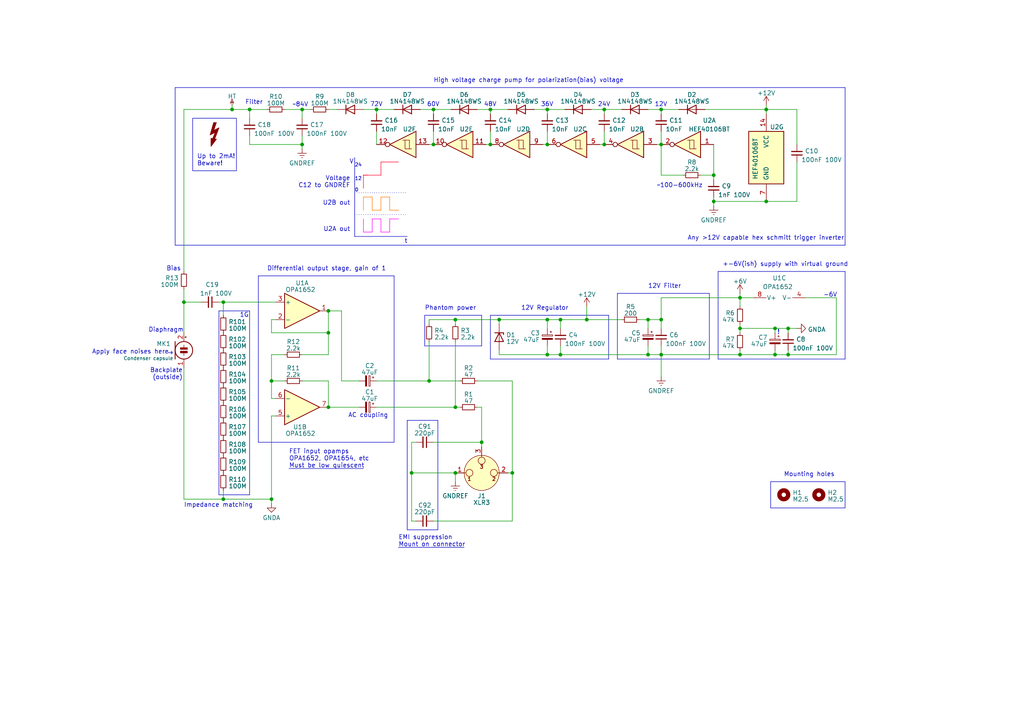
<source format=kicad_sch>
(kicad_sch (version 20230121) (generator eeschema)
  (paper "A4")
  (title_block (title "High performance condenser microphone preamp with HV bias") (date "2023-03-18") (rev "1") (company "spirit.re"))
  (lib_symbols
    (symbol "74xx:74HC14" (pin_names (offset 1.016))
      (property "Reference" "U" (at 0 1.27 0))
      (property "Value" "74HC14" (at 0 -1.27 0))
      (symbol "74HC14_1_0"
        (polyline (pts (xy -3.81 3.81) (xy -3.81 -3.81) (xy 3.81 0) (xy -3.81 3.81)) (stroke (width 0.254)) (fill (type background)))
        (pin input line (at -7.62 0 0) (length 3.81) (name "~") (number "1"))
        (pin output inverted (at 7.62 0 180) (length 3.81) (name "~") (number "2"))
      )
      (symbol "74HC14_1_1"
        (polyline (pts (xy -1.905 -1.27) (xy -1.905 1.27) (xy -0.635 1.27)))
        (polyline (pts (xy -2.54 -1.27) (xy -0.635 -1.27) (xy -0.635 1.27) (xy 0 1.27)))
      )
      (symbol "74HC14_2_0"
        (polyline (pts (xy -3.81 3.81) (xy -3.81 -3.81) (xy 3.81 0) (xy -3.81 3.81)) (stroke (width 0.254)) (fill (type background)))
        (pin input line (at -7.62 0 0) (length 3.81) (name "~") (number "3"))
        (pin output inverted (at 7.62 0 180) (length 3.81) (name "~") (number "4"))
      )
      (symbol "74HC14_2_1"
        (polyline (pts (xy -1.905 -1.27) (xy -1.905 1.27) (xy -0.635 1.27)))
        (polyline (pts (xy -2.54 -1.27) (xy -0.635 -1.27) (xy -0.635 1.27) (xy 0 1.27)))
      )
      (symbol "74HC14_3_0"
        (polyline (pts (xy -3.81 3.81) (xy -3.81 -3.81) (xy 3.81 0) (xy -3.81 3.81)) (stroke (width 0.254)) (fill (type background)))
        (pin input line (at -7.62 0 0) (length 3.81) (name "~") (number "5"))
        (pin output inverted (at 7.62 0 180) (length 3.81) (name "~") (number "6"))
      )
      (symbol "74HC14_3_1"
        (polyline (pts (xy -1.905 -1.27) (xy -1.905 1.27) (xy -0.635 1.27)))
        (polyline (pts (xy -2.54 -1.27) (xy -0.635 -1.27) (xy -0.635 1.27) (xy 0 1.27)))
      )
      (symbol "74HC14_4_0"
        (polyline (pts (xy -3.81 3.81) (xy -3.81 -3.81) (xy 3.81 0) (xy -3.81 3.81)) (stroke (width 0.254)) (fill (type background)))
        (pin output inverted (at 7.62 0 180) (length 3.81) (name "~") (number "8"))
        (pin input line (at -7.62 0 0) (length 3.81) (name "~") (number "9"))
      )
      (symbol "74HC14_4_1"
        (polyline (pts (xy -1.905 -1.27) (xy -1.905 1.27) (xy -0.635 1.27)))
        (polyline (pts (xy -2.54 -1.27) (xy -0.635 -1.27) (xy -0.635 1.27) (xy 0 1.27)))
      )
      (symbol "74HC14_5_0"
        (polyline (pts (xy -3.81 3.81) (xy -3.81 -3.81) (xy 3.81 0) (xy -3.81 3.81)) (stroke (width 0.254)) (fill (type background)))
        (pin output inverted (at 7.62 0 180) (length 3.81) (name "~") (number "10"))
        (pin input line (at -7.62 0 0) (length 3.81) (name "~") (number "11"))
      )
      (symbol "74HC14_5_1"
        (polyline (pts (xy -1.905 -1.27) (xy -1.905 1.27) (xy -0.635 1.27)))
        (polyline (pts (xy -2.54 -1.27) (xy -0.635 -1.27) (xy -0.635 1.27) (xy 0 1.27)))
      )
      (symbol "74HC14_6_0"
        (polyline (pts (xy -3.81 3.81) (xy -3.81 -3.81) (xy 3.81 0) (xy -3.81 3.81)) (stroke (width 0.254)) (fill (type background)))
        (pin output inverted (at 7.62 0 180) (length 3.81) (name "~") (number "12"))
        (pin input line (at -7.62 0 0) (length 3.81) (name "~") (number "13"))
      )
      (symbol "74HC14_6_1"
        (polyline (pts (xy -1.905 -1.27) (xy -1.905 1.27) (xy -0.635 1.27)))
        (polyline (pts (xy -2.54 -1.27) (xy -0.635 -1.27) (xy -0.635 1.27) (xy 0 1.27)))
      )
      (symbol "74HC14_7_0"
        (pin power_in line (at 0 12.7 270) (length 5.08) (name "VCC") (number "14"))
        (pin power_in line (at 0 -12.7 90) (length 5.08) (name "GND") (number "7"))
      )
      (symbol "74HC14_7_1"
        (rectangle (start -5.08 7.62) (end 5.08 -7.62) (stroke (width 0.254)) (fill (type background)))
      )
    )
    (symbol "Amplifier_Operational:OPA1612AxD" (pin_names (offset 0.127))
      (property "Reference" "U" (at 0 5.08 0))
      (property "Value" "OPA1612AxD" (at 0 -5.08 0))
      (symbol "OPA1612AxD_1_1"
        (polyline (pts (xy -5.08 5.08) (xy 5.08 0) (xy -5.08 -5.08) (xy -5.08 5.08)) (stroke (width 0.254)) (fill (type background)))
        (pin output line (at 7.62 0 180) (length 2.54) (name "~") (number "1"))
        (pin input line (at -7.62 -2.54 0) (length 2.54) (name "-") (number "2"))
        (pin input line (at -7.62 2.54 0) (length 2.54) (name "+") (number "3"))
      )
      (symbol "OPA1612AxD_2_1"
        (polyline (pts (xy -5.08 5.08) (xy 5.08 0) (xy -5.08 -5.08) (xy -5.08 5.08)) (stroke (width 0.254)) (fill (type background)))
        (pin input line (at -7.62 2.54 0) (length 2.54) (name "+") (number "5"))
        (pin input line (at -7.62 -2.54 0) (length 2.54) (name "-") (number "6"))
        (pin output line (at 7.62 0 180) (length 2.54) (name "~") (number "7"))
      )
      (symbol "OPA1612AxD_3_1"
        (pin power_in line (at -2.54 -7.62 90) (length 3.81) (name "V-") (number "4"))
        (pin power_in line (at -2.54 7.62 270) (length 3.81) (name "V+") (number "8"))
      )
    )
    (symbol "Connector_Audio:XLR3" (pin_names hide)
      (property "Reference" "J" (at 0 8.89 0))
      (property "Value" "XLR3" (at 0 6.35 0))
      (symbol "XLR3_0_1"
        (circle (center -3.556 0) (radius 1.016))
        (circle (center 0 -3.556) (radius 1.016))
        (polyline (pts (xy -5.08 0) (xy -4.572 0)))
        (polyline (pts (xy 0 -5.08) (xy 0 -4.572)))
        (polyline (pts (xy 5.08 0) (xy 4.572 0)))
        (circle (center 0 0) (radius 5.08) (fill (type background)))
        (circle (center 3.556 0) (radius 1.016))
        (text "1" (at -3.556 1.778 0) (effects (font (size 1.016 1.016) bold)))
        (text "2" (at 3.556 1.778 0) (effects (font (size 1.016 1.016) bold)))
        (text "3" (at 0 -1.778 0) (effects (font (size 1.016 1.016) bold)))
        (pin passive line (at -7.62 0 0) (length 2.54) (name "~") (number "1"))
        (pin passive line (at 7.62 0 180) (length 2.54) (name "~") (number "2"))
        (pin passive line (at 0 -7.62 90) (length 2.54) (name "~") (number "3"))
      )
    )
    (symbol "Device:C_Polarized_Small" (pin_numbers hide) (pin_names (offset 0.254) hide)
      (property "Reference" "C" (at 0.254 1.778 0))
      (property "Value" "C_Polarized_Small" (at 0.254 -2.032 0))
      (symbol "C_Polarized_Small_0_1"
        (rectangle (start -1.524 -0.3048) (end 1.524 -0.6858) (fill (type outline)))
        (rectangle (start -1.524 0.6858) (end 1.524 0.3048))
        (polyline (pts (xy -1.27 1.524) (xy -0.762 1.524)))
        (polyline (pts (xy -1.016 1.27) (xy -1.016 1.778)))
      )
      (symbol "C_Polarized_Small_1_1"
        (pin passive line (at 0 2.54 270) (length 1.8542) (name "~") (number "1"))
        (pin passive line (at 0 -2.54 90) (length 1.8542) (name "~") (number "2"))
      )
    )
    (symbol "Device:C_Small" (pin_numbers hide) (pin_names (offset 0.254) hide)
      (property "Reference" "C" (at 0.254 1.778 0))
      (property "Value" "C_Small" (at 0.254 -2.032 0))
      (symbol "C_Small_0_1"
        (polyline (pts (xy -1.524 -0.508) (xy 1.524 -0.508)) (stroke (width 0.3302)))
        (polyline (pts (xy -1.524 0.508) (xy 1.524 0.508)) (stroke (width 0.3048)))
      )
      (symbol "C_Small_1_1"
        (pin passive line (at 0 2.54 270) (length 2.032) (name "~") (number "1"))
        (pin passive line (at 0 -2.54 90) (length 2.032) (name "~") (number "2"))
      )
    )
    (symbol "Device:D_Zener" (pin_numbers hide) (pin_names (offset 1.016) hide)
      (property "Reference" "D" (at 0 2.54 0))
      (property "Value" "D_Zener" (at 0 -2.54 0))
      (symbol "D_Zener_0_1"
        (polyline (pts (xy 1.27 0) (xy -1.27 0)))
        (polyline (pts (xy -1.27 -1.27) (xy -1.27 1.27) (xy -0.762 1.27)) (stroke (width 0.254)))
        (polyline (pts (xy 1.27 -1.27) (xy 1.27 1.27) (xy -1.27 0) (xy 1.27 -1.27)) (stroke (width 0.254)))
      )
      (symbol "D_Zener_1_1"
        (pin passive line (at -3.81 0 0) (length 2.54) (name "K") (number "1"))
        (pin passive line (at 3.81 0 180) (length 2.54) (name "A") (number "2"))
      )
    )
    (symbol "Device:Microphone_Condenser" (pin_names (offset 0.0254) hide)
      (property "Reference" "MK" (at -3.302 1.27 0))
      (property "Value" "Microphone_Condenser" (at -3.302 -0.635 0))
      (symbol "Microphone_Condenser_0_1"
        (polyline (pts (xy -2.54 2.54) (xy -2.54 -2.54)) (stroke (width 0.254)))
        (polyline (pts (xy 0 -0.762) (xy 0 -1.524)))
        (polyline (pts (xy 0 0.762) (xy 0 1.524)))
        (polyline (pts (xy 0.254 3.81) (xy 0.762 3.81)))
        (polyline (pts (xy 0.508 4.064) (xy 0.508 3.556)))
        (circle (center 0 0) (radius 2.54) (stroke (width 0.254)))
        (rectangle (start 1.016 -0.254) (end -1.016 -0.762) (fill (type outline)))
        (rectangle (start 1.016 0.762) (end -1.016 0.254) (fill (type outline)))
      )
      (symbol "Microphone_Condenser_1_1"
        (pin passive line (at 0 -5.08 90) (length 2.54) (name "-") (number "1"))
        (pin passive line (at 0 5.08 270) (length 2.54) (name "+") (number "2"))
      )
    )
    (symbol "Device:R_Small" (pin_numbers hide) (pin_names (offset 0.254) hide)
      (property "Reference" "R" (at 0.762 0.508 0))
      (property "Value" "R_Small" (at 0.762 -1.016 0))
      (symbol "R_Small_0_1"
        (rectangle (start -0.762 1.778) (end 0.762 -1.778) (stroke (width 0.2032)))
      )
      (symbol "R_Small_1_1"
        (pin passive line (at 0 2.54 270) (length 0.762) (name "~") (number "1"))
        (pin passive line (at 0 -2.54 90) (length 0.762) (name "~") (number "2"))
      )
    )
    (symbol "Diode:1N4148WS" (pin_numbers hide) (pin_names hide)
      (property "Reference" "D" (at 0 2.54 0))
      (property "Value" "1N4148WS" (at 0 -2.54 0))
      (symbol "1N4148WS_0_1"
        (polyline (pts (xy -1.27 1.27) (xy -1.27 -1.27)) (stroke (width 0.254)))
        (polyline (pts (xy 1.27 0) (xy -1.27 0)))
        (polyline (pts (xy 1.27 1.27) (xy 1.27 -1.27) (xy -1.27 0) (xy 1.27 1.27)) (stroke (width 0.254)))
      )
      (symbol "1N4148WS_1_1"
        (pin passive line (at -3.81 0 0) (length 2.54) (name "K") (number "1"))
        (pin passive line (at 3.81 0 180) (length 2.54) (name "A") (number "2"))
      )
    )
    (symbol "Graphic:SYM_Flash_Small" (in_bom no) (on_board no)
      (symbol "SYM_Flash_Small_0_1"
        (polyline (pts (xy 0.508 -1.016) (xy -1.016 -0.762) (xy -1.016 -3.048) (xy 0.508 -1.016)) (stroke (width 0.2032)) (fill (type outline)))
        (polyline (pts (xy -0.254 3.81) (xy 0.508 3.81) (xy -0.254 1.524) (xy 1.27 2.286) (xy 0 -1.016) (xy -0.508 -0.762) (xy 0.254 1.016) (xy -1.27 0.254) (xy -0.254 3.81)) (stroke (width 0.2032)) (fill (type outline)))
      )
    )
    (symbol "Mechanical:MountingHole" (pin_names (offset 1.016))
      (property "Reference" "H" (at 0 5.08 0))
      (property "Value" "MountingHole" (at 0 3.175 0))
      (symbol "MountingHole_0_1"
        (circle (center 0 0) (radius 1.27) (stroke (width 1.27)))
      )
    )
    (symbol "power:+12V" (power) (pin_names (offset 0))
      (property "Value" "+12V" (at 0 3.556 0))
      (symbol "+12V_0_1"
        (polyline (pts (xy -0.762 1.27) (xy 0 2.54)))
        (polyline (pts (xy 0 0) (xy 0 2.54)))
        (polyline (pts (xy 0 2.54) (xy 0.762 1.27)))
      )
      (symbol "+12V_1_1"
        (pin power_in line (at 0 0 90) (length 0) hide (name "+12V") (number "1"))
      )
    )
    (symbol "power:+6V" (power) (pin_names (offset 0))
      (property "Value" "+6V" (at 0 3.556 0))
      (symbol "+6V_0_1"
        (polyline (pts (xy -0.762 1.27) (xy 0 2.54)))
        (polyline (pts (xy 0 0) (xy 0 2.54)))
        (polyline (pts (xy 0 2.54) (xy 0.762 1.27)))
      )
      (symbol "+6V_1_1"
        (pin power_in line (at 0 0 90) (length 0) hide (name "+6V") (number "1"))
      )
    )
    (symbol "power:GNDA" (power) (pin_names (offset 0))
      (property "Value" "GNDA" (at 0 -3.81 0))
      (symbol "GNDA_0_1"
        (polyline (pts (xy 0 0) (xy 0 -1.27) (xy 1.27 -1.27) (xy 0 -2.54) (xy -1.27 -1.27) (xy 0 -1.27)))
      )
      (symbol "GNDA_1_1"
        (pin power_in line (at 0 0 270) (length 0) hide (name "GNDA") (number "1"))
      )
    )
    (symbol "power:GNDREF" (power) (pin_names (offset 0))
      (property "Value" "GNDREF" (at 0 -3.81 0))
      (symbol "GNDREF_0_1"
        (polyline (pts (xy -0.635 -1.905) (xy 0.635 -1.905)))
        (polyline (pts (xy -0.127 -2.54) (xy 0.127 -2.54)))
        (polyline (pts (xy 0 -1.27) (xy 0 0)))
        (polyline (pts (xy 1.27 -1.27) (xy -1.27 -1.27)))
      )
      (symbol "GNDREF_1_1"
        (pin power_in line (at 0 0 270) (length 0) hide (name "GNDREF") (number "1"))
      )
    )
    (symbol "power:HT" (power) (pin_names (offset 0))
      (property "Value" "HT" (at 0 2.286 0))
      (symbol "HT_0_0"
        (pin power_in line (at 0 0 90) (length 0) hide (name "HT") (number "1"))
      )
      (symbol "HT_0_1"
        (polyline (pts (xy 0 0) (xy 0 1.016) (xy 0 1.016)))
        (polyline (pts (xy 0 1.016) (xy 0.508 0.508) (xy 0 1.778) (xy -0.508 0.508) (xy 0 1.016) (xy 0 1.016)))
      )
    )
  )
  (junction (at 170.18 92.71))
  (junction (at 162.56 92.71))
  (junction (at 224.79 95.25))
  (junction (at 109.22 31.75))
  (junction (at 191.77 102.87))
  (junction (at 132.08 118.11))
  (junction (at 142.24 31.75))
  (junction (at 125.73 31.75))
  (junction (at 158.75 92.71))
  (junction (at 175.26 41.91))
  (junction (at 162.56 102.87))
  (junction (at 78.74 110.49))
  (junction (at 228.6 102.87))
  (junction (at 207.01 50.8))
  (junction (at 191.77 92.71))
  (junction (at 207.01 58.42))
  (junction (at 119.38 137.16))
  (junction (at 87.63 41.91))
  (junction (at 214.63 102.87))
  (junction (at 87.63 31.75))
  (junction (at 187.96 92.71))
  (junction (at 124.46 110.49))
  (junction (at 191.77 31.75))
  (junction (at 158.75 41.91))
  (junction (at 222.25 58.42))
  (junction (at 148.59 137.16))
  (junction (at 175.26 31.75))
  (junction (at 53.34 87.63))
  (junction (at 95.25 118.11))
  (junction (at 132.08 92.71))
  (junction (at 78.74 144.78))
  (junction (at 95.25 96.52))
  (junction (at 158.75 31.75))
  (junction (at 142.24 41.91))
  (junction (at 214.63 95.25))
  (junction (at 214.63 86.36))
  (junction (at 72.39 31.75))
  (junction (at 132.08 137.16))
  (junction (at 187.96 102.87))
  (junction (at 228.6 95.25))
  (junction (at 139.7 128.27))
  (junction (at 125.73 41.91))
  (junction (at 64.77 87.63))
  (junction (at 64.77 144.78))
  (junction (at 224.79 102.87))
  (junction (at 95.25 90.17))
  (junction (at 158.75 102.87))
  (junction (at 144.78 92.71))
  (junction (at 222.25 31.75))
  (junction (at 191.77 41.91))
  (junction (at 67.31 31.75))
  (wire (pts (xy 95.25 118.11) (xy 104.14 118.11)))
  (wire (pts (xy 180.34 31.75) (xy 175.26 31.75)))
  (wire (pts (xy 175.26 31.75) (xy 171.45 31.75)))
  (wire (pts (xy 158.75 100.33) (xy 158.75 102.87)))
  (wire (pts (xy 148.59 151.13) (xy 148.59 137.16)))
  (polyline (pts (xy 49.9063 102.2984) (xy 49.9063 102.3998)))
  (wire (pts (xy 142.24 31.75) (xy 142.24 33.02)))
  (wire (pts (xy 185.42 92.71) (xy 187.96 92.71)))
  (wire (pts (xy 125.73 151.13) (xy 148.59 151.13)))
  (polyline (pts (xy 113.03 63.5) (xy 115.57 63.5)) (stroke (width 0) (color 255 0 245 1)))
  (wire (pts (xy 207.01 50.8) (xy 203.2 50.8)))
  (polyline (pts (xy 72.39 90.17) (xy 72.39 143.51)))
  (wire (pts (xy 124.46 110.49) (xy 133.35 110.49)))
  (wire (pts (xy 147.32 31.75) (xy 142.24 31.75)))
  (wire (pts (xy 144.78 101.6) (xy 144.78 102.87)))
  (wire (pts (xy 214.63 93.98) (xy 214.63 95.25)))
  (wire (pts (xy 148.59 137.16) (xy 147.32 137.16)))
  (wire (pts (xy 158.75 41.91) (xy 157.48 41.91)))
  (wire (pts (xy 124.46 92.71) (xy 124.46 93.98)))
  (polyline (pts (xy 118.11 121.92) (xy 127 121.92)))
  (wire (pts (xy 198.12 50.8) (xy 191.77 50.8)))
  (polyline (pts (xy 127 121.92) (xy 127 153.67)))
  (wire (pts (xy 191.77 31.75) (xy 187.96 31.75)))
  (wire (pts (xy 132.08 118.11) (xy 133.35 118.11)))
  (wire (pts (xy 191.77 41.91) (xy 190.5 41.91)))
  (wire (pts (xy 78.74 120.65) (xy 78.74 144.78)))
  (polyline (pts (xy 123.19 91.44) (xy 123.19 100.33)))
  (polyline (pts (xy 205.74 85.09) (xy 205.74 104.14)))
  (polyline (pts (xy 49.8657 102.2578) (xy 49.9063 102.2172)))
  (wire (pts (xy 175.26 33.02) (xy 175.26 31.75)))
  (polyline (pts (xy 63.5 90.17) (xy 63.5 143.51)))
  (wire (pts (xy 114.3 31.75) (xy 109.22 31.75)))
  (wire (pts (xy 125.73 38.1) (xy 125.73 41.91)))
  (polyline (pts (xy 107.95 67.31) (xy 107.95 63.5)) (stroke (width 0) (color 255 0 245 1)))
  (wire (pts (xy 132.08 93.98) (xy 132.08 92.71)))
  (wire (pts (xy 78.74 146.05) (xy 78.74 144.78)))
  (wire (pts (xy 97.79 31.75) (xy 95.25 31.75)))
  (wire (pts (xy 214.63 102.87) (xy 224.79 102.87)))
  (wire (pts (xy 187.96 92.71) (xy 191.77 92.71)))
  (polyline (pts (xy 127 153.67) (xy 118.11 153.67)))
  (wire (pts (xy 162.56 92.71) (xy 170.18 92.71)))
  (wire (pts (xy 170.18 92.71) (xy 180.34 92.71)))
  (wire (pts (xy 80.01 120.65) (xy 78.74 120.65)))
  (wire (pts (xy 78.74 92.71) (xy 78.74 96.52)))
  (wire (pts (xy 119.38 137.16) (xy 119.38 151.13)))
  (wire (pts (xy 109.22 31.75) (xy 109.22 33.02)))
  (polyline (pts (xy 113.03 63.5) (xy 113.03 67.31)) (stroke (width 0) (color 255 0 245 1)))
  (polyline (pts (xy 105.41 63.5) (xy 105.41 67.31)) (stroke (width 0) (color 255 0 245 1)))
  (polyline (pts (xy 114.3 80.01) (xy 114.3 128.27)))
  (wire (pts (xy 82.55 102.87) (xy 78.74 102.87)))
  (wire (pts (xy 64.77 87.63) (xy 80.01 87.63)))
  (wire (pts (xy 162.56 92.71) (xy 162.56 95.25)))
  (polyline (pts (xy 63.5 143.51) (xy 72.39 143.51)))
  (wire (pts (xy 242.57 102.87) (xy 228.6 102.87)))
  (wire (pts (xy 87.63 41.91) (xy 87.63 43.18)))
  (wire (pts (xy 64.77 87.63) (xy 64.77 91.44)))
  (polyline (pts (xy 245.11 104.14) (xy 208.28 104.14)))
  (wire (pts (xy 187.96 92.71) (xy 187.96 95.25)))
  (wire (pts (xy 142.24 38.1) (xy 142.24 41.91)))
  (polyline (pts (xy 102.87 55.88) (xy 118.11 55.88)) (stroke (width 0) (type dot)))
  (wire (pts (xy 64.77 142.24) (xy 64.77 144.78)))
  (wire (pts (xy 125.73 128.27) (xy 139.7 128.27)))
  (wire (pts (xy 191.77 38.1) (xy 191.77 41.91)))
  (polyline (pts (xy 142.24 91.44) (xy 176.53 91.44)))
  (wire (pts (xy 231.14 31.75) (xy 231.14 41.91)))
  (wire (pts (xy 109.22 118.11) (xy 132.08 118.11)))
  (wire (pts (xy 224.79 95.25) (xy 214.63 95.25)))
  (polyline (pts (xy 49.6424 101.8519) (xy 49.9063 102.1158)))
  (wire (pts (xy 224.79 102.87) (xy 228.6 102.87)))
  (polyline (pts (xy 107.95 60.96) (xy 110.49 60.96)) (stroke (width 0) (color 255 124 0 1)))
  (wire (pts (xy 191.77 100.33) (xy 191.77 102.87)))
  (wire (pts (xy 191.77 86.36) (xy 191.77 92.71)))
  (wire (pts (xy 132.08 99.06) (xy 132.08 118.11)))
  (wire (pts (xy 78.74 110.49) (xy 78.74 115.57)))
  (wire (pts (xy 233.68 86.36) (xy 242.57 86.36)))
  (polyline (pts (xy 123.19 91.44) (xy 139.7 91.44)))
  (wire (pts (xy 72.39 31.75) (xy 72.39 34.29)))
  (wire (pts (xy 214.63 86.36) (xy 214.63 88.9)))
  (wire (pts (xy 144.78 102.87) (xy 158.75 102.87)))
  (wire (pts (xy 139.7 128.27) (xy 139.7 118.11)))
  (wire (pts (xy 82.55 31.75) (xy 87.63 31.75)))
  (wire (pts (xy 53.34 106.68) (xy 53.34 144.78)))
  (wire (pts (xy 191.77 50.8) (xy 191.77 41.91)))
  (wire (pts (xy 231.14 46.99) (xy 231.14 58.42)))
  (polyline (pts (xy 107.95 63.5) (xy 110.49 63.5)) (stroke (width 0) (color 255 0 245 1)))
  (polyline (pts (xy 102.87 62.23) (xy 118.11 62.23)) (stroke (width 0) (type dot)))
  (wire (pts (xy 104.14 110.49) (xy 99.06 110.49)))
  (polyline (pts (xy 179.07 104.14) (xy 179.07 85.09)))
  (wire (pts (xy 214.63 86.36) (xy 218.44 86.36)))
  (wire (pts (xy 228.6 95.25) (xy 228.6 96.52)))
  (wire (pts (xy 119.38 151.13) (xy 120.65 151.13)))
  (wire (pts (xy 138.43 110.49) (xy 148.59 110.49)))
  (polyline (pts (xy 179.07 85.09) (xy 205.74 85.09)))
  (polyline (pts (xy 110.49 57.15) (xy 110.49 60.96)) (stroke (width 0) (color 255 124 0 1)))
  (wire (pts (xy 87.63 31.75) (xy 90.17 31.75)))
  (wire (pts (xy 144.78 92.71) (xy 158.75 92.71)))
  (polyline (pts (xy 102.87 45.72) (xy 102.87 68.58)))
  (polyline (pts (xy 114.3 128.27) (xy 74.93 128.27)))
  (wire (pts (xy 130.81 31.75) (xy 125.73 31.75)))
  (wire (pts (xy 125.73 41.91) (xy 124.46 41.91)))
  (polyline (pts (xy 105.41 50.8) (xy 106.68 50.8)) (stroke (width 0) (color 255 0 37 1)))
  (polyline (pts (xy 102.87 68.58) (xy 118.11 68.58)))
  (wire (pts (xy 242.57 86.36) (xy 242.57 102.87)))
  (polyline (pts (xy 142.24 91.44) (xy 142.24 104.14)))
  (wire (pts (xy 67.31 30.48) (xy 67.31 31.75)))
  (wire (pts (xy 78.74 115.57) (xy 80.01 115.57)))
  (polyline (pts (xy 118.11 153.67) (xy 118.11 121.92)))
  (polyline (pts (xy 245.11 78.74) (xy 245.11 104.14)))
  (wire (pts (xy 170.18 88.9) (xy 170.18 92.71)))
  (wire (pts (xy 132.08 92.71) (xy 144.78 92.71)))
  (wire (pts (xy 87.63 31.75) (xy 87.63 34.29)))
  (wire (pts (xy 142.24 41.91) (xy 140.97 41.91)))
  (wire (pts (xy 139.7 129.54) (xy 139.7 128.27)))
  (wire (pts (xy 109.22 110.49) (xy 124.46 110.49)))
  (wire (pts (xy 175.26 41.91) (xy 173.99 41.91)))
  (wire (pts (xy 162.56 100.33) (xy 162.56 102.87)))
  (wire (pts (xy 222.25 31.75) (xy 231.14 31.75)))
  (polyline (pts (xy 176.53 91.44) (xy 176.53 104.14)))
  (wire (pts (xy 158.75 31.75) (xy 163.83 31.75)))
  (wire (pts (xy 222.25 31.75) (xy 222.25 33.02)))
  (polyline (pts (xy 83.82 135.89) (xy 105.41 135.89)))
  (polyline (pts (xy 139.7 91.44) (xy 139.7 100.33)))
  (wire (pts (xy 191.77 102.87) (xy 214.63 102.87)))
  (polyline (pts (xy 105.41 50.8) (xy 105.41 54.61)) (stroke (width 0) (color 255 0 37 1)))
  (wire (pts (xy 191.77 92.71) (xy 191.77 95.25)))
  (wire (pts (xy 95.25 102.87) (xy 87.63 102.87)))
  (polyline (pts (xy 49.8657 102.2578) (xy 49.9063 102.2984)))
  (wire (pts (xy 222.25 58.42) (xy 207.01 58.42)))
  (polyline (pts (xy 105.41 50.8) (xy 110.49 50.8)) (stroke (width 0) (color 255 0 37 1)))
  (wire (pts (xy 231.14 58.42) (xy 222.25 58.42)))
  (polyline (pts (xy 115.57 158.75) (xy 134.62 158.75)))
  (wire (pts (xy 78.74 110.49) (xy 82.55 110.49)))
  (wire (pts (xy 158.75 38.1) (xy 158.75 41.91)))
  (wire (pts (xy 64.77 144.78) (xy 78.74 144.78)))
  (polyline (pts (xy 105.41 67.31) (xy 107.95 67.31)) (stroke (width 0) (color 255 0 245 1)))
  (wire (pts (xy 109.22 31.75) (xy 105.41 31.75)))
  (wire (pts (xy 228.6 95.25) (xy 224.79 95.25)))
  (wire (pts (xy 142.24 31.75) (xy 138.43 31.75)))
  (wire (pts (xy 109.22 38.1) (xy 109.22 41.91)))
  (wire (pts (xy 214.63 101.6) (xy 214.63 102.87)))
  (polyline (pts (xy 72.39 90.17) (xy 63.5 90.17)))
  (polyline (pts (xy 50.8 25.4) (xy 245.11 25.4)))
  (polyline (pts (xy 113.03 57.15) (xy 113.03 60.96)) (stroke (width 0) (color 255 124 0 1)))
  (wire (pts (xy 222.25 30.48) (xy 222.25 31.75)))
  (wire (pts (xy 158.75 95.25) (xy 158.75 92.71)))
  (wire (pts (xy 72.39 31.75) (xy 77.47 31.75)))
  (wire (pts (xy 95.25 96.52) (xy 95.25 102.87)))
  (wire (pts (xy 119.38 128.27) (xy 120.65 128.27)))
  (polyline (pts (xy 110.49 63.5) (xy 110.49 67.31)) (stroke (width 0) (color 255 0 245 1)))
  (polyline (pts (xy 245.11 71.12) (xy 50.8 71.12)))
  (wire (pts (xy 187.96 102.87) (xy 191.77 102.87)))
  (polyline (pts (xy 205.74 104.14) (xy 179.07 104.14)))
  (wire (pts (xy 144.78 92.71) (xy 144.78 93.98)))
  (wire (pts (xy 207.01 41.91) (xy 207.01 50.8)))
  (polyline (pts (xy 110.49 46.99) (xy 115.57 46.99)) (stroke (width 0) (color 255 0 37 1)))
  (wire (pts (xy 53.34 87.63) (xy 58.42 87.63)))
  (wire (pts (xy 53.34 83.82) (xy 53.34 87.63)))
  (wire (pts (xy 78.74 96.52) (xy 95.25 96.52)))
  (wire (pts (xy 191.77 31.75) (xy 196.85 31.75)))
  (polyline (pts (xy 107.95 57.15) (xy 107.95 60.96)) (stroke (width 0) (color 255 124 0 1)))
  (polyline (pts (xy 245.11 25.4) (xy 245.11 71.12)))
  (wire (pts (xy 53.34 87.63) (xy 53.34 96.52)))
  (wire (pts (xy 87.63 110.49) (xy 95.25 110.49)))
  (wire (pts (xy 214.63 86.36) (xy 191.77 86.36)))
  (wire (pts (xy 148.59 110.49) (xy 148.59 137.16)))
  (wire (pts (xy 187.96 100.33) (xy 187.96 102.87)))
  (wire (pts (xy 132.08 137.16) (xy 132.08 139.7)))
  (polyline (pts (xy 105.41 60.96) (xy 105.41 57.15)) (stroke (width 0) (color 255 124 0 1)))
  (wire (pts (xy 132.08 92.71) (xy 124.46 92.71)))
  (wire (pts (xy 67.31 31.75) (xy 53.34 31.75)))
  (wire (pts (xy 228.6 101.6) (xy 228.6 102.87)))
  (wire (pts (xy 99.06 90.17) (xy 95.25 90.17)))
  (polyline (pts (xy 50.8 71.12) (xy 50.8 25.4)))
  (wire (pts (xy 191.77 102.87) (xy 191.77 109.22)))
  (wire (pts (xy 95.25 110.49) (xy 95.25 118.11)))
  (wire (pts (xy 139.7 118.11) (xy 138.43 118.11)))
  (polyline (pts (xy 110.49 57.15) (xy 113.03 57.15)) (stroke (width 0) (color 255 124 0 1)))
  (wire (pts (xy 99.06 110.49) (xy 99.06 90.17)))
  (polyline (pts (xy 105.41 57.15) (xy 107.95 57.15)) (stroke (width 0) (color 255 124 0 1)))
  (wire (pts (xy 158.75 33.02) (xy 158.75 31.75)))
  (wire (pts (xy 231.14 95.25) (xy 228.6 95.25)))
  (wire (pts (xy 119.38 137.16) (xy 132.08 137.16)))
  (polyline (pts (xy 176.53 104.14) (xy 142.24 104.14)))
  (wire (pts (xy 87.63 41.91) (xy 72.39 41.91)))
  (wire (pts (xy 158.75 31.75) (xy 154.94 31.75)))
  (wire (pts (xy 207.01 57.15) (xy 207.01 58.42)))
  (wire (pts (xy 224.79 101.6) (xy 224.79 102.87)))
  (wire (pts (xy 53.34 31.75) (xy 53.34 78.74)))
  (wire (pts (xy 162.56 102.87) (xy 187.96 102.87)))
  (wire (pts (xy 53.34 144.78) (xy 64.77 144.78)))
  (wire (pts (xy 95.25 96.52) (xy 95.25 90.17)))
  (wire (pts (xy 72.39 41.91) (xy 72.39 39.37)))
  (wire (pts (xy 78.74 102.87) (xy 78.74 110.49)))
  (polyline (pts (xy 208.28 104.14) (xy 208.28 78.74)))
  (wire (pts (xy 119.38 128.27) (xy 119.38 137.16)))
  (wire (pts (xy 191.77 33.02) (xy 191.77 31.75)))
  (wire (pts (xy 214.63 85.09) (xy 214.63 86.36)))
  (wire (pts (xy 158.75 92.71) (xy 162.56 92.71)))
  (wire (pts (xy 224.79 95.25) (xy 224.79 96.52)))
  (wire (pts (xy 207.01 52.07) (xy 207.01 50.8)))
  (wire (pts (xy 87.63 39.37) (xy 87.63 41.91)))
  (polyline (pts (xy 49.9063 102.2172) (xy 49.9063 102.1158)))
  (wire (pts (xy 125.73 31.75) (xy 121.92 31.75)))
  (wire (pts (xy 162.56 102.87) (xy 158.75 102.87)))
  (polyline (pts (xy 113.03 60.96) (xy 115.57 60.96)) (stroke (width 0) (color 255 124 0 1)))
  (polyline (pts (xy 208.28 78.74) (xy 245.11 78.74)))
  (polyline (pts (xy 74.93 80.01) (xy 74.93 128.27)))
  (wire (pts (xy 78.74 92.71) (xy 80.01 92.71)))
  (wire (pts (xy 207.01 58.42) (xy 207.01 59.69)))
  (wire (pts (xy 67.31 31.75) (xy 72.39 31.75)))
  (polyline (pts (xy 49.6424 102.6637) (xy 49.9063 102.3998)))
  (polyline (pts (xy 139.7 100.33) (xy 123.19 100.33)))
  (polyline (pts (xy 110.49 67.31) (xy 113.03 67.31)) (stroke (width 0) (color 255 0 245 1)))
  (wire (pts (xy 125.73 31.75) (xy 125.73 33.02)))
  (wire (pts (xy 124.46 99.06) (xy 124.46 110.49)))
  (polyline (pts (xy 74.93 80.01) (xy 114.3 80.01)))
  (polyline (pts (xy 110.49 50.8) (xy 110.49 46.99)) (stroke (width 0) (color 255 0 37 1)))
  (wire (pts (xy 214.63 95.25) (xy 214.63 96.52)))
  (polyline (pts (xy 48.7088 102.2578) (xy 49.8657 102.2578)))
  (wire (pts (xy 175.26 38.1) (xy 175.26 41.91)))
  (wire (pts (xy 204.47 31.75) (xy 222.25 31.75)))
  (wire (pts (xy 63.5 87.63) (xy 64.77 87.63)))
  (rectangle (start 55.88 34.29) (end 68.58 49.53))
  (rectangle (start 223.52 139.7) (end 245.11 147.32))
  (text "12V" (at 189.865 31.115 0) (effects (font (size 1.27 1.27)) (justify left bottom)))
  (text "Phantom power" (at 123.19 90.17 0) (effects (font (size 1.27 1.27)) (justify left bottom)))
  (text "Impedance matching" (at 53.34 147.32 0) (effects (font (size 1.27 1.27)) (justify left bottom)))
  (text "60V" (at 123.825 31.115 0) (effects (font (size 1.27 1.27)) (justify left bottom)))
  (text "Filter" (at 71.12 30.48 0) (effects (font (size 1.27 1.27)) (justify left bottom)))
  (text "Bias" (at 48.26 78.74 0) (effects (font (size 1.27 1.27)) (justify left bottom)))
  (text "Up to 2mA!\nBeware!" (at 57.15 48.26 0) (effects (font (size 1.27 1.27)) (justify left bottom)))
  (text "Mounting holes" (at 227.33 138.43 0) (effects (font (size 1.27 1.27)) (justify left bottom)))
  (text "EMI suppression\nMount on connector" (at 115.57 158.75 0) (effects (font (size 1.27 1.27)) (justify left bottom)))
  (text "FET input opamps\nOPA1652, OPA1654, etc\nMust be low quiescent" (at 83.82 135.89 0) (effects (font (size 1.27 1.27)) (justify left bottom)))
  (text "36V" (at 156.845 31.115 0) (effects (font (size 1.27 1.27)) (justify left bottom)))
  (text "-6V" (at 238.76 86.36 0) (effects (font (size 1.27 1.27)) (justify left bottom)))
  (text "24V" (at 173.355 31.115 0) (effects (font (size 1.27 1.27)) (justify left bottom)))
  (text "Voltage\nC12 to GNDREF" (at 101.6 54.61 0) (effects (font (size 1.27 1.27)) (justify right bottom)))
  (text "Differential output stage, gain of 1" (at 77.47 78.74 0) (effects (font (size 1.27 1.27)) (justify left bottom)))
  (text "1G" (at 69.509 92.2147 0) (effects (font (size 1.27 1.27)) (justify left bottom)))
  (text "24" (at 102.87 48.5718 0) (effects (font (size 1 1)) (justify left bottom)))
  (text "12V Regulator" (at 151.13 90.17 0) (effects (font (size 1.27 1.27)) (justify left bottom)))
  (text "t" (at 117.2999 70.7725 0) (effects (font (size 1.27 1.27)) (justify left bottom)))
  (text "!" (at 225.425 97.155 0) (effects (font (size 1.27 1.27)) (justify left bottom)))
  (text "12V Filter" (at 187.96 83.82 0) (effects (font (size 1.27 1.27)) (justify left bottom)))
  (text "V" (at 101.3164 47.7259 0) (effects (font (size 1.27 1.27)) (justify left bottom)))
  (text "~84V" (at 84.826 31.1649 0) (effects (font (size 1.27 1.27)) (justify left bottom)))
  (text "12" (at 102.87 52.5448 0) (effects (font (size 1 1)) (justify left bottom)))
  (text "~100-600kHz" (at 190.5 54.61 0) (effects (font (size 1.27 1.27)) (justify left bottom)))
  (text "U2A out" (at 101.6 67.31 0) (effects (font (size 1.27 1.27)) (justify right bottom)))
  (text "U2B out" (at 101.6 59.69 0) (effects (font (size 1.27 1.27)) (justify right bottom)))
  (text "48V" (at 140.335 31.115 0) (effects (font (size 1.27 1.27)) (justify left bottom)))
  (text "Any >12V capable hex schmitt trigger inverter" (at 199.39 69.85 0) (effects (font (size 1.27 1.27)) (justify left bottom)))
  (text "Backplate\n(outside)" (at 53.0103 110.2931 0) (effects (font (size 1.27 1.27)) (justify right bottom)))
  (text "+-6V(ish) supply with virtual ground" (at 209.55 77.47 0) (effects (font (size 1.27 1.27)) (justify left bottom)))
  (text "AC coupling" (at 100.965 121.285 0) (effects (font (size 1.27 1.27)) (justify left bottom)))
  (text "Diaphragm" (at 53.34 96.52 0) (effects (font (size 1.27 1.27)) (justify right bottom)))
  (text "Apply face noises here" (at 26.67 102.87 0) (effects (font (size 1.27 1.27)) (justify left bottom)))
  (text "0" (at 102.87 55.8329 0) (effects (font (size 1 1)) (justify left bottom)))
  (text "High voltage charge pump for polarization(bias) voltage" (at 125.73 24.13 0) (effects (font (size 1.27 1.27)) (justify left bottom)))
  (text "72V" (at 107.315 31.115 0) (effects (font (size 1.27 1.27)) (justify left bottom)))
  (symbol (lib_id "power:+12V") (at 222.25 30.48 0) (mirror y) (unit 1)
    (property "Reference" "#PWR09" (effects hide))
    (property "Value" "+12V" (at 222.25 26.9781 0))
  )
  (symbol (lib_id "Device:C_Polarized_Small") (at 106.68 118.11 270) (unit 1)
    (property "Reference" "C1" (at 107.2261 113.7031 90))
    (property "Value" "47uF" (at 107.2261 115.6241 90))
    (property "Footprint" "Capacitor_SMD:CP_Elec_8x10.5" (effects hide))
  )
  (symbol (lib_id "Device:R_Small") (at 124.46 96.52 180) (unit 1)
    (property "Reference" "R4" (at 125.9586 95.8763 0) (effects (justify right)))
    (property "Value" "2.2k" (at 125.9586 97.7973 0) (effects (justify right)))
    (property "Footprint" "Resistor_SMD:R_0805_2012Metric" (effects hide))
  )
  (symbol (lib_id "Device:C_Small") (at 158.75 35.56 180) (unit 1)
    (property "Reference" "C13" (at 161.0741 34.9099 0) (effects (justify right)))
    (property "Value" "10nF" (at 160.02 37.465 0) (effects (justify right)))
    (property "Footprint" "Capacitor_SMD:C_0805_2012Metric" (effects hide))
  )
  (symbol (lib_id "Device:C_Small") (at 175.26 35.56 180) (unit 1)
    (property "Reference" "C12" (at 177.5841 34.9099 0) (effects (justify right)))
    (property "Value" "10nF" (at 176.53 37.465 0) (effects (justify right)))
    (property "Footprint" "Capacitor_SMD:C_0805_2012Metric" (effects hide))
  )
  (symbol (lib_id "power:GNDREF") (at 191.77 109.22 0) (unit 1)
    (property "Reference" "#PWR04" (effects hide))
    (property "Value" "GNDREF" (at 191.77 113.3555 0))
  )
  (symbol (lib_id "Diode:1N4148WS") (at 151.13 31.75 0) (mirror x) (unit 1)
    (property "Reference" "D5" (at 151.13 27.4701 0))
    (property "Value" "1N4148WS" (at 151.13 29.3911 0))
    (property "Footprint" "Diode_SMD:D_SOD-323_HandSoldering" (effects hide))
    (property "Datasheet" "https://www.vishay.com/docs/85751/1n4148ws.pdf" (effects hide))
    (property "Sim.Device" "D" (effects hide))
    (property "Sim.Pins" "1=K 2=A" (effects hide))
  )
  (symbol (lib_id "Device:Microphone_Condenser") (at 53.34 101.6 0) (unit 1)
    (property "Reference" "MK1" (at 49.53 99.695 0) (effects (justify right)))
    (property "Value" "Condenser capsule" (at 50.28 103.9195 0) (effects (font (size 1 1)) (justify right)))
    (property "Footprint" "SpiritsKiCADLib:Pads_2pin_10mm" (effects hide))
  )
  (symbol (lib_id "Graphic:SYM_Flash_Small") (at 62.23 39.37 0) (unit 1) (in_bom no) (on_board no)
    (property "Reference" "#SYM1" (effects hide))
    (property "Value" "SYM_Flash_Small" (effects hide))
    (property "Sim.Enable" "0" (effects hide))
  )
  (symbol (lib_id "power:GNDREF") (at 87.63 43.18 0) (mirror y) (unit 1)
    (property "Reference" "#PWR010" (effects hide))
    (property "Value" "GNDREF" (at 87.63 47.3155 0))
  )
  (symbol (lib_id "Device:R_Small") (at 53.34 81.28 0) (mirror y) (unit 1)
    (property "Reference" "R13" (at 51.8414 80.6363 0) (effects (justify left)))
    (property "Value" "100M" (at 51.8414 82.5573 0) (effects (justify left)))
    (property "Footprint" "Resistor_SMD:R_0805_2012Metric" (effects hide))
  )
  (symbol (lib_id "Device:C_Polarized_Small") (at 224.79 99.06 0) (mirror y) (unit 1)
    (property "Reference" "C7" (at 222.631 97.8702 0) (effects (justify left)))
    (property "Value" "47uF" (at 222.631 99.7912 0) (effects (justify left)))
    (property "Footprint" "Capacitor_SMD:CP_Elec_8x10.5" (effects hide))
  )
  (symbol (lib_id "Device:C_Small") (at 87.63 36.83 180) (unit 1)
    (property "Reference" "C17" (at 89.9541 36.1799 0) (effects (justify right)))
    (property "Value" "100nF 100V" (at 88.9 38.735 0) (effects (justify right)))
    (property "Footprint" "Capacitor_SMD:C_0805_2012Metric" (effects hide))
  )
  (symbol (lib_id "74xx:74HC14") (at 149.86 41.91 0) (mirror y) (unit 4)
    (property "Reference" "U2" (at 151.765 37.465 0))
    (property "Value" "HEF40106BT" (effects hide))
    (property "Footprint" "Package_SO:SO-14_3.9x8.65mm_P1.27mm" (effects hide))
    (property "Datasheet" "http://www.ti.com/lit/gpn/sn74HC14" (effects hide))
  )
  (symbol (lib_id "Device:R_Small") (at 64.77 124.46 0) (unit 1)
    (property "Reference" "R107" (at 66.2686 123.8163 0) (effects (justify left)))
    (property "Value" "100M" (at 66.2686 125.7373 0) (effects (justify left)))
    (property "Footprint" "Resistor_SMD:R_0805_2012Metric" (effects hide))
  )
  (symbol (lib_id "Device:R_Small") (at 85.09 110.49 90) (unit 1)
    (property "Reference" "R11" (at 85.09 106.7435 90))
    (property "Value" "2.2k" (at 85.09 108.6645 90))
    (property "Footprint" "Resistor_SMD:R_0805_2012Metric" (effects hide))
  )
  (symbol (lib_id "Device:C_Small") (at 228.6 99.06 180) (unit 1)
    (property "Reference" "C8" (at 230.9241 98.4099 0) (effects (justify right)))
    (property "Value" "100nF 100V" (at 229.87 100.965 0) (effects (justify right)))
    (property "Footprint" "Capacitor_SMD:C_0805_2012Metric" (effects hide))
  )
  (symbol (lib_id "Device:C_Small") (at 125.73 35.56 180) (unit 1)
    (property "Reference" "C15" (at 128.0541 34.9099 0) (effects (justify right)))
    (property "Value" "10nF" (at 127 37.465 0) (effects (justify right)))
    (property "Footprint" "Capacitor_SMD:C_0805_2012Metric" (effects hide))
  )
  (symbol (lib_id "74xx:74HC14") (at 116.84 41.91 0) (mirror y) (unit 6)
    (property "Reference" "U2" (at 118.745 37.465 0))
    (property "Value" "HEF40106BT" (effects hide))
    (property "Footprint" "Package_SO:SO-14_3.9x8.65mm_P1.27mm" (effects hide))
    (property "Datasheet" "http://www.ti.com/lit/gpn/sn74HC14" (effects hide))
  )
  (symbol (lib_id "Device:R_Small") (at 182.88 92.71 90) (unit 1)
    (property "Reference" "R5" (at 182.88 88.9635 90))
    (property "Value" "200" (at 182.88 90.8845 90))
    (property "Footprint" "Resistor_SMD:R_0805_2012Metric" (effects hide))
  )
  (symbol (lib_id "Diode:1N4148WS") (at 101.6 31.75 0) (mirror x) (unit 1)
    (property "Reference" "D8" (at 101.6 27.4701 0))
    (property "Value" "1N4148WS" (at 101.6 29.3911 0))
    (property "Footprint" "Diode_SMD:D_SOD-323_HandSoldering" (effects hide))
    (property "Datasheet" "https://www.vishay.com/docs/85751/1n4148ws.pdf" (effects hide))
    (property "Sim.Device" "D" (effects hide))
    (property "Sim.Pins" "1=K 2=A" (effects hide))
  )
  (symbol (lib_id "74xx:74HC14") (at 199.39 41.91 0) (mirror y) (unit 1)
    (property "Reference" "U2" (at 205.74 34.925 0))
    (property "Value" "HEF40106BT" (at 205.74 37.465 0))
    (property "Footprint" "Package_SO:SO-14_3.9x8.65mm_P1.27mm" (effects hide))
    (property "Datasheet" "http://www.ti.com/lit/gpn/sn74HC14" (effects hide))
  )
  (symbol (lib_id "Amplifier_Operational:OPA1612AxD") (at 226.06 88.9 90) (mirror x) (unit 3)
    (property "Reference" "U1" (at 226.06 80.645 90))
    (property "Value" "OPA1652 " (at 226.06 83.185 90))
    (property "Footprint" "Package_SO:SOIC-8_3.9x4.9mm_P1.27mm" (effects hide))
    (property "Datasheet" "https://www.ti.com/lit/ds/symlink/opa1654.pdf" (effects hide))
  )
  (symbol (lib_id "Device:R_Small") (at 85.09 102.87 90) (unit 1)
    (property "Reference" "R12" (at 85.09 99.1235 90))
    (property "Value" "2.2k" (at 85.09 101.0445 90))
    (property "Footprint" "Resistor_SMD:R_0805_2012Metric" (effects hide))
  )
  (symbol (lib_id "Device:C_Small") (at 162.56 97.79 180) (unit 1)
    (property "Reference" "C4" (at 164.8841 97.1399 0) (effects (justify right)))
    (property "Value" "100nF 100V" (at 163.83 99.695 0) (effects (justify right)))
    (property "Footprint" "Capacitor_SMD:C_0805_2012Metric" (effects hide))
  )
  (symbol (lib_id "Device:C_Polarized_Small") (at 106.68 110.49 270) (unit 1)
    (property "Reference" "C2" (at 107.2261 106.0831 90))
    (property "Value" "47uF" (at 107.2261 108.0041 90))
    (property "Footprint" "Capacitor_SMD:CP_Elec_8x10.5" (effects hide))
  )
  (symbol (lib_id "Diode:1N4148WS") (at 134.62 31.75 0) (mirror x) (unit 1)
    (property "Reference" "D6" (at 134.62 27.4701 0))
    (property "Value" "1N4148WS" (at 134.62 29.3911 0))
    (property "Footprint" "Diode_SMD:D_SOD-323_HandSoldering" (effects hide))
    (property "Datasheet" "https://www.vishay.com/docs/85751/1n4148ws.pdf" (effects hide))
    (property "Sim.Device" "D" (effects hide))
    (property "Sim.Pins" "1=K 2=A" (effects hide))
  )
  (symbol (lib_id "Device:R_Small") (at 214.63 99.06 0) (mirror x) (unit 1)
    (property "Reference" "R7" (at 213.1314 98.4163 0) (effects (justify right)))
    (property "Value" "47k" (at 213.1314 100.3373 0) (effects (justify right)))
    (property "Footprint" "Resistor_SMD:R_0805_2012Metric" (effects hide))
  )
  (symbol (lib_id "74xx:74HC14") (at 182.88 41.91 0) (mirror y) (unit 2)
    (property "Reference" "U2" (at 184.785 37.465 0))
    (property "Value" "HEF40106BT" (effects hide))
    (property "Footprint" "Package_SO:SO-14_3.9x8.65mm_P1.27mm" (effects hide))
    (property "Datasheet" "http://www.ti.com/lit/gpn/sn74HC14" (effects hide))
  )
  (symbol (lib_id "Device:C_Small") (at 72.39 36.83 180) (unit 1)
    (property "Reference" "C18" (at 74.7141 36.1799 0) (effects (justify right)))
    (property "Value" "100nF 100V" (at 73.66 38.735 0) (effects (justify right)))
    (property "Footprint" "Capacitor_SMD:C_0805_2012Metric" (effects hide))
  )
  (symbol (lib_id "Device:R_Small") (at 135.89 118.11 90) (unit 1)
    (property "Reference" "R1" (at 135.89 114.3635 90))
    (property "Value" "47" (at 135.89 116.2845 90))
    (property "Footprint" "Resistor_SMD:R_0805_2012Metric" (effects hide))
  )
  (symbol (lib_id "power:GNDA") (at 231.14 95.25 90) (mirror x) (unit 1)
    (property "Reference" "#PWR05" (effects hide))
    (property "Value" "GNDA" (at 234.3149 95.5668 90) (effects (justify right)))
  )
  (symbol (lib_id "Amplifier_Operational:OPA1612AxD") (at 87.63 90.17 0) (unit 1)
    (property "Reference" "U1" (at 87.63 82.0801 0))
    (property "Value" "OPA1652 " (at 87.63 84.0011 0))
    (property "Footprint" "Package_SO:SOIC-8_3.9x4.9mm_P1.27mm" (effects hide))
    (property "Datasheet" "https://www.ti.com/lit/ds/symlink/opa1654.pdf" (effects hide))
  )
  (symbol (lib_id "Device:R_Small") (at 214.63 91.44 0) (mirror x) (unit 1)
    (property "Reference" "R6" (at 213.1314 90.7963 0) (effects (justify right)))
    (property "Value" "47k" (at 213.1314 92.7173 0) (effects (justify right)))
    (property "Footprint" "Resistor_SMD:R_0805_2012Metric" (effects hide))
  )
  (symbol (lib_id "power:GNDA") (at 78.74 146.05 0) (unit 1)
    (property "Reference" "#PWR01" (effects hide))
    (property "Value" "GNDA" (at 78.74 150.1855 0))
  )
  (symbol (lib_id "Device:C_Small") (at 191.77 97.79 180) (unit 1)
    (property "Reference" "C6" (at 194.0941 97.1399 0) (effects (justify right)))
    (property "Value" "100nF 100V" (at 193.04 99.695 0) (effects (justify right)))
    (property "Footprint" "Capacitor_SMD:C_0805_2012Metric" (effects hide))
  )
  (symbol (lib_id "Device:R_Small") (at 64.77 134.62 0) (unit 1)
    (property "Reference" "R109" (at 66.2686 133.9763 0) (effects (justify left)))
    (property "Value" "100M" (at 66.2686 135.8973 0) (effects (justify left)))
    (property "Footprint" "Resistor_SMD:R_0805_2012Metric" (effects hide))
  )
  (symbol (lib_id "power:HT") (at 67.31 30.48 0) (unit 1)
    (property "Reference" "#PWR011" (effects hide))
    (property "Value" "+POL" (at 67.31 27.94 0))
  )
  (symbol (lib_id "power:GNDREF") (at 207.01 59.69 0) (mirror y) (unit 1)
    (property "Reference" "#PWR02" (effects hide))
    (property "Value" "GNDREF" (at 207.01 63.8255 0))
  )
  (symbol (lib_id "Device:R_Small") (at 64.77 99.06 0) (unit 1)
    (property "Reference" "R102" (at 66.2686 98.4163 0) (effects (justify left)))
    (property "Value" "100M" (at 66.2686 100.3373 0) (effects (justify left)))
    (property "Footprint" "Resistor_SMD:R_0805_2012Metric" (effects hide))
  )
  (symbol (lib_id "Amplifier_Operational:OPA1612AxD") (at 87.63 118.11 0) (mirror x) (unit 2)
    (property "Reference" "U1" (at 86.995 123.825 0))
    (property "Value" "OPA1652 " (at 87.63 125.73 0))
    (property "Footprint" "Package_SO:SOIC-8_3.9x4.9mm_P1.27mm" (effects hide))
    (property "Datasheet" "https://www.ti.com/lit/ds/symlink/opa1654.pdf" (effects hide))
  )
  (symbol (lib_id "Mechanical:MountingHole") (at 227.33 143.51 0) (unit 1)
    (property "Reference" "H1" (at 229.87 142.8663 0) (effects (justify left)))
    (property "Value" "M2.5" (at 229.87 144.7873 0) (effects (justify left)))
    (property "Footprint" "MountingHole:MountingHole_2.7mm_M2.5_ISO14580" (effects hide))
  )
  (symbol (lib_id "Device:C_Small") (at 142.24 35.56 180) (unit 1)
    (property "Reference" "C14" (at 144.5641 34.9099 0) (effects (justify right)))
    (property "Value" "10nF" (at 143.51 37.465 0) (effects (justify right)))
    (property "Footprint" "Capacitor_SMD:C_0805_2012Metric" (effects hide))
  )
  (symbol (lib_id "Device:C_Polarized_Small") (at 187.96 97.79 0) (mirror y) (unit 1)
    (property "Reference" "C5" (at 185.801 96.6002 0) (effects (justify left)))
    (property "Value" "47uF" (at 185.801 98.5212 0) (effects (justify left)))
    (property "Footprint" "Capacitor_SMD:CP_Elec_8x10.5" (effects hide))
  )
  (symbol (lib_id "Diode:1N4148WS") (at 200.66 31.75 0) (mirror x) (unit 1)
    (property "Reference" "D2" (at 200.66 27.4701 0))
    (property "Value" "1N4148WS" (at 200.66 29.3911 0))
    (property "Footprint" "Diode_SMD:D_SOD-323_HandSoldering" (effects hide))
    (property "Datasheet" "https://www.vishay.com/docs/85751/1n4148ws.pdf" (effects hide))
    (property "Sim.Device" "D" (effects hide))
    (property "Sim.Pins" "1=K 2=A" (effects hide))
  )
  (symbol (lib_id "Diode:1N4148WS") (at 167.64 31.75 0) (mirror x) (unit 1)
    (property "Reference" "D4" (at 167.64 27.4701 0))
    (property "Value" "1N4148WS" (at 167.64 29.3911 0))
    (property "Footprint" "Diode_SMD:D_SOD-323_HandSoldering" (effects hide))
    (property "Datasheet" "https://www.vishay.com/docs/85751/1n4148ws.pdf" (effects hide))
    (property "Sim.Device" "D" (effects hide))
    (property "Sim.Pins" "1=K 2=A" (effects hide))
  )
  (symbol (lib_id "Device:R_Small") (at 64.77 104.14 0) (unit 1)
    (property "Reference" "R103" (at 66.2686 103.4963 0) (effects (justify left)))
    (property "Value" "100M" (at 66.2686 105.4173 0) (effects (justify left)))
    (property "Footprint" "Resistor_SMD:R_0805_2012Metric" (effects hide))
  )
  (symbol (lib_id "Device:C_Small") (at 207.01 54.61 180) (unit 1)
    (property "Reference" "C9" (at 209.3341 53.9599 0) (effects (justify right)))
    (property "Value" "1nF 100V" (at 208.28 56.515 0) (effects (justify right)))
    (property "Footprint" "Capacitor_SMD:C_0805_2012Metric" (effects hide))
  )
  (symbol (lib_id "Diode:1N4148WS") (at 184.15 31.75 0) (mirror x) (unit 1)
    (property "Reference" "D3" (at 184.15 27.4701 0))
    (property "Value" "1N4148WS" (at 184.15 29.3911 0))
    (property "Footprint" "Diode_SMD:D_SOD-323_HandSoldering" (effects hide))
    (property "Datasheet" "https://www.vishay.com/docs/85751/1n4148ws.pdf" (effects hide))
    (property "Sim.Device" "D" (effects hide))
    (property "Sim.Pins" "1=K 2=A" (effects hide))
  )
  (symbol (lib_id "power:GNDREF") (at 132.08 139.7 0) (unit 1)
    (property "Reference" "#PWR03" (effects hide))
    (property "Value" "GNDREF" (at 132.08 143.8355 0))
  )
  (symbol (lib_id "Device:R_Small") (at 64.77 139.7 0) (unit 1)
    (property "Reference" "R110" (at 66.2686 139.0563 0) (effects (justify left)))
    (property "Value" "100M" (at 66.2686 140.9773 0) (effects (justify left)))
    (property "Footprint" "Resistor_SMD:R_0805_2012Metric" (effects hide))
  )
  (symbol (lib_id "Device:R_Small") (at 200.66 50.8 90) (mirror x) (unit 1)
    (property "Reference" "R8" (at 200.66 47.0535 90))
    (property "Value" "2.2k" (at 200.66 48.9745 90))
    (property "Footprint" "Resistor_SMD:R_0805_2012Metric" (effects hide))
  )
  (symbol (lib_id "power:+6V") (at 214.63 85.09 0) (unit 1)
    (property "Reference" "#PWR07" (effects hide))
    (property "Value" "+6V" (at 214.63 81.5881 0))
  )
  (symbol (lib_id "Connector_Audio:XLR3") (at 139.7 137.16 0) (mirror x) (unit 1)
    (property "Reference" "J1" (at 139.7 143.8355 0))
    (property "Value" "XLR3" (at 139.7 145.7565 0))
    (property "Footprint" "SpiritsKiCADLib:Pads_3pin_10mm" (effects hide))
    (property "Datasheet" " ~" (effects hide))
  )
  (symbol (lib_id "Device:C_Small") (at 60.96 87.63 270) (unit 1)
    (property "Reference" "C19" (at 63.5 82.55 90) (effects (justify right)))
    (property "Value" "1nF 100V" (at 67.31 85.09 90) (effects (justify right)))
    (property "Footprint" "Capacitor_SMD:C_0805_2012Metric" (effects hide))
  )
  (symbol (lib_id "Device:D_Zener") (at 144.78 97.79 270) (unit 1)
    (property "Reference" "D1" (at 146.812 97.1463 90) (effects (justify left)))
    (property "Value" "12V" (at 146.812 99.0673 90) (effects (justify left)))
    (property "Footprint" "Diode_SMD:D_MiniMELF_Handsoldering" (effects hide))
  )
  (symbol (lib_id "Device:C_Small") (at 123.19 128.27 270) (unit 1) (on_board no)
    (property "Reference" "C91" (at 123.1836 123.698 90))
    (property "Value" "220pF" (at 123.1836 125.619 90))
  )
  (symbol (lib_id "74xx:74HC14") (at 166.37 41.91 0) (mirror y) (unit 3)
    (property "Reference" "U2" (at 168.275 37.465 0))
    (property "Value" "HEF40106BT" (effects hide))
    (property "Footprint" "Package_SO:SO-14_3.9x8.65mm_P1.27mm" (effects hide))
    (property "Datasheet" "http://www.ti.com/lit/gpn/sn74HC14" (effects hide))
  )
  (symbol (lib_id "Device:R_Small") (at 64.77 129.54 0) (unit 1)
    (property "Reference" "R108" (at 66.2686 128.8963 0) (effects (justify left)))
    (property "Value" "100M" (at 66.2686 130.8173 0) (effects (justify left)))
    (property "Footprint" "Resistor_SMD:R_0805_2012Metric" (effects hide))
  )
  (symbol (lib_id "74xx:74HC14") (at 222.25 45.72 0) (mirror y) (unit 7)
    (property "Reference" "U2" (at 227.33 36.83 0) (effects (justify left)))
    (property "Value" "HEF40106BT" (at 219.075 52.07 90) (effects (justify left)))
    (property "Footprint" "Package_SO:SO-14_3.9x8.65mm_P1.27mm" (effects hide))
    (property "Datasheet" "http://www.ti.com/lit/gpn/sn74HC14" (effects hide))
  )
  (symbol (lib_id "Device:R_Small") (at 64.77 114.3 0) (unit 1)
    (property "Reference" "R105" (at 66.2686 113.6563 0) (effects (justify left)))
    (property "Value" "100M" (at 66.2686 115.5773 0) (effects (justify left)))
    (property "Footprint" "Resistor_SMD:R_0805_2012Metric" (effects hide))
  )
  (symbol (lib_id "Device:R_Small") (at 64.77 119.38 0) (unit 1)
    (property "Reference" "R106" (at 66.2686 118.7363 0) (effects (justify left)))
    (property "Value" "100M" (at 66.2686 120.6573 0) (effects (justify left)))
    (property "Footprint" "Resistor_SMD:R_0805_2012Metric" (effects hide))
  )
  (symbol (lib_id "Device:R_Small") (at 64.77 93.98 0) (unit 1)
    (property "Reference" "R101" (at 66.2686 93.3363 0) (effects (justify left)))
    (property "Value" "100M" (at 66.2686 95.2573 0) (effects (justify left)))
    (property "Footprint" "Resistor_SMD:R_0805_2012Metric" (effects hide))
  )
  (symbol (lib_id "Device:C_Polarized_Small") (at 158.75 97.79 0) (mirror y) (unit 1)
    (property "Reference" "C3" (at 156.591 96.6002 0) (effects (justify left)))
    (property "Value" "47uF" (at 156.591 98.5212 0) (effects (justify left)))
    (property "Footprint" "Capacitor_SMD:CP_Elec_8x10.5" (effects hide))
  )
  (symbol (lib_id "Device:R_Small") (at 132.08 96.52 180) (unit 1)
    (property "Reference" "R3" (at 133.5786 95.8763 0) (effects (justify right)))
    (property "Value" "2.2k" (at 133.5786 97.7973 0) (effects (justify right)))
    (property "Footprint" "Resistor_SMD:R_0805_2012Metric" (effects hide))
  )
  (symbol (lib_id "Mechanical:MountingHole") (at 237.49 143.51 0) (unit 1)
    (property "Reference" "H2" (at 240.03 142.8663 0) (effects (justify left)))
    (property "Value" "M2.5" (at 240.03 144.7873 0) (effects (justify left)))
    (property "Footprint" "MountingHole:MountingHole_2.7mm_M2.5_ISO14580" (effects hide))
  )
  (symbol (lib_id "74xx:74HC14") (at 133.35 41.91 0) (mirror y) (unit 5)
    (property "Reference" "U2" (at 135.255 37.465 0))
    (property "Value" "HEF40106BT" (effects hide))
    (property "Footprint" "Package_SO:SO-14_3.9x8.65mm_P1.27mm" (effects hide))
    (property "Datasheet" "http://www.ti.com/lit/gpn/sn74HC14" (effects hide))
  )
  (symbol (lib_id "Device:C_Small") (at 109.22 35.56 180) (unit 1)
    (property "Reference" "C16" (at 111.5441 34.9099 0) (effects (justify right)))
    (property "Value" "10nF" (at 110.49 37.465 0) (effects (justify right)))
    (property "Footprint" "Capacitor_SMD:C_0805_2012Metric" (effects hide))
  )
  (symbol (lib_id "Device:C_Small") (at 123.19 151.13 90) (unit 1) (on_board no)
    (property "Reference" "C92" (at 123.1963 146.558 90))
    (property "Value" "220pF" (at 123.1963 148.479 90))
  )
  (symbol (lib_id "Diode:1N4148WS") (at 118.11 31.75 0) (mirror x) (unit 1)
    (property "Reference" "D7" (at 118.11 27.4701 0))
    (property "Value" "1N4148WS" (at 118.11 29.3911 0))
    (property "Footprint" "Diode_SMD:D_SOD-323_HandSoldering" (effects hide))
    (property "Datasheet" "https://www.vishay.com/docs/85751/1n4148ws.pdf" (effects hide))
    (property "Sim.Device" "D" (effects hide))
    (property "Sim.Pins" "1=K 2=A" (effects hide))
  )
  (symbol (lib_id "Device:R_Small") (at 80.01 31.75 90) (mirror x) (unit 1)
    (property "Reference" "R10" (at 80.01 28.0035 90))
    (property "Value" "100M" (at 80.01 29.9245 90))
    (property "Footprint" "Resistor_SMD:R_0805_2012Metric" (effects hide))
  )
  (symbol (lib_id "power:+12V") (at 170.18 88.9 0) (unit 1)
    (property "Reference" "#PWR06" (effects hide))
    (property "Value" "+12V" (at 170.18 85.3981 0))
  )
  (symbol (lib_id "Device:R_Small") (at 92.71 31.75 90) (mirror x) (unit 1)
    (property "Reference" "R9" (at 92.71 28.0035 90))
    (property "Value" "100M" (at 92.71 29.9245 90))
    (property "Footprint" "Resistor_SMD:R_0805_2012Metric" (effects hide))
  )
  (symbol (lib_id "Device:R_Small") (at 135.89 110.49 90) (unit 1)
    (property "Reference" "R2" (at 135.89 106.7435 90))
    (property "Value" "47" (at 135.89 108.6645 90))
    (property "Footprint" "Resistor_SMD:R_0805_2012Metric" (effects hide))
  )
  (symbol (lib_id "Device:R_Small") (at 64.77 109.22 0) (unit 1)
    (property "Reference" "R104" (at 66.2686 108.5763 0) (effects (justify left)))
    (property "Value" "100M" (at 66.2686 110.4973 0) (effects (justify left)))
    (property "Footprint" "Resistor_SMD:R_0805_2012Metric" (effects hide))
  )
  (symbol (lib_id "Device:C_Small") (at 191.77 35.56 180) (unit 1)
    (property "Reference" "C11" (at 194.0941 34.9099 0) (effects (justify right)))
    (property "Value" "10nF" (at 193.04 37.465 0) (effects (justify right)))
    (property "Footprint" "Capacitor_SMD:C_0805_2012Metric" (effects hide))
  )
  (symbol (lib_id "Device:C_Small") (at 231.14 44.45 180) (unit 1)
    (property "Reference" "C10" (at 233.4641 43.7999 0) (effects (justify right)))
    (property "Value" "100nF 100V" (at 232.41 46.355 0) (effects (justify right)))
    (property "Footprint" "Capacitor_SMD:C_0805_2012Metric" (effects hide))
  )
)
</source>
